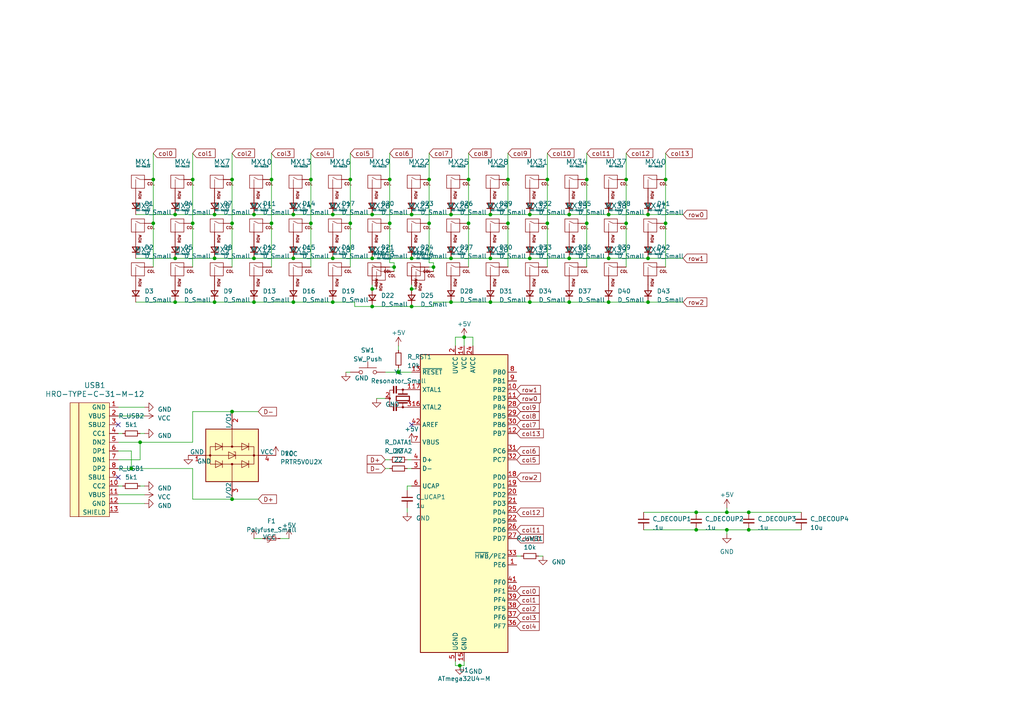
<source format=kicad_sch>
(kicad_sch (version 20210406) (generator eeschema)
  (paper "A4")
  (junction (at 38.1 135.89) (diameter 0.9144))
  (junction (at 40.64 128.27) (diameter 0.9144))
  (junction (at 44.45 52.07) (diameter 0.9144))
  (junction (at 44.45 64.77) (diameter 0.9144))
  (junction (at 50.8 62.23) (diameter 0.9144))
  (junction (at 50.8 74.93) (diameter 0.9144))
  (junction (at 50.8 87.63) (diameter 0.9144))
  (junction (at 55.88 52.07) (diameter 0.9144))
  (junction (at 55.88 64.77) (diameter 0.9144))
  (junction (at 62.23 62.23) (diameter 0.9144))
  (junction (at 62.23 74.93) (diameter 0.9144))
  (junction (at 62.23 87.63) (diameter 0.9144))
  (junction (at 67.31 52.07) (diameter 0.9144))
  (junction (at 67.31 64.77) (diameter 0.9144))
  (junction (at 67.31 119.38) (diameter 0.9144))
  (junction (at 67.31 144.78) (diameter 0.9144))
  (junction (at 73.66 62.23) (diameter 0.9144))
  (junction (at 73.66 74.93) (diameter 0.9144))
  (junction (at 73.66 87.63) (diameter 0.9144))
  (junction (at 78.74 52.07) (diameter 0.9144))
  (junction (at 78.74 64.77) (diameter 0.9144))
  (junction (at 85.09 62.23) (diameter 0.9144))
  (junction (at 85.09 74.93) (diameter 0.9144))
  (junction (at 85.09 87.63) (diameter 0.9144))
  (junction (at 90.17 52.07) (diameter 0.9144))
  (junction (at 90.17 64.77) (diameter 0.9144))
  (junction (at 96.52 62.23) (diameter 0.9144))
  (junction (at 96.52 74.93) (diameter 0.9144))
  (junction (at 96.52 87.63) (diameter 0.9144))
  (junction (at 101.6 52.07) (diameter 0.9144))
  (junction (at 101.6 64.77) (diameter 0.9144))
  (junction (at 107.95 62.23) (diameter 0.9144))
  (junction (at 107.95 74.93) (diameter 0.9144))
  (junction (at 107.95 83.82) (diameter 0.9144))
  (junction (at 107.95 88.9) (diameter 0.9144))
  (junction (at 113.03 52.07) (diameter 0.9144))
  (junction (at 113.03 64.77) (diameter 0.9144))
  (junction (at 114.3 77.47) (diameter 0.9144))
  (junction (at 115.57 107.95) (diameter 0.9144))
  (junction (at 119.38 62.23) (diameter 0.9144))
  (junction (at 119.38 74.93) (diameter 0.9144))
  (junction (at 119.38 83.82) (diameter 0.9144))
  (junction (at 119.38 88.9) (diameter 0.9144))
  (junction (at 124.46 52.07) (diameter 0.9144))
  (junction (at 124.46 64.77) (diameter 0.9144))
  (junction (at 125.73 77.47) (diameter 0.9144))
  (junction (at 130.81 62.23) (diameter 0.9144))
  (junction (at 130.81 74.93) (diameter 0.9144))
  (junction (at 130.81 87.63) (diameter 0.9144))
  (junction (at 133.35 193.04) (diameter 0.9144))
  (junction (at 134.62 97.79) (diameter 0.9144))
  (junction (at 135.89 52.07) (diameter 0.9144))
  (junction (at 135.89 64.77) (diameter 0.9144))
  (junction (at 142.24 62.23) (diameter 0.9144))
  (junction (at 142.24 74.93) (diameter 0.9144))
  (junction (at 142.24 87.63) (diameter 0.9144))
  (junction (at 147.32 52.07) (diameter 0.9144))
  (junction (at 147.32 64.77) (diameter 0.9144))
  (junction (at 153.67 62.23) (diameter 0.9144))
  (junction (at 153.67 74.93) (diameter 0.9144))
  (junction (at 153.67 87.63) (diameter 0.9144))
  (junction (at 158.75 52.07) (diameter 0.9144))
  (junction (at 158.75 64.77) (diameter 0.9144))
  (junction (at 165.1 62.23) (diameter 0.9144))
  (junction (at 165.1 74.93) (diameter 0.9144))
  (junction (at 165.1 87.63) (diameter 0.9144))
  (junction (at 170.18 52.07) (diameter 0.9144))
  (junction (at 170.18 64.77) (diameter 0.9144))
  (junction (at 176.53 62.23) (diameter 0.9144))
  (junction (at 176.53 74.93) (diameter 0.9144))
  (junction (at 176.53 87.63) (diameter 0.9144))
  (junction (at 181.61 52.07) (diameter 0.9144))
  (junction (at 181.61 64.77) (diameter 0.9144))
  (junction (at 187.96 62.23) (diameter 0.9144))
  (junction (at 187.96 74.93) (diameter 0.9144))
  (junction (at 187.96 87.63) (diameter 0.9144))
  (junction (at 193.04 52.07) (diameter 0.9144))
  (junction (at 193.04 64.77) (diameter 0.9144))
  (junction (at 201.93 148.59) (diameter 0.9144))
  (junction (at 201.93 153.67) (diameter 0.9144))
  (junction (at 210.82 148.59) (diameter 0.9144))
  (junction (at 210.82 153.67) (diameter 0.9144))
  (junction (at 217.17 148.59) (diameter 0.9144))
  (junction (at 217.17 153.67) (diameter 0.9144))
  (no_connect (at 34.29 123.19))
  (no_connect (at 34.29 138.43))
  (no_connect (at 119.38 123.19))
  (wire (pts (xy 34.29 118.11) (xy 41.91 118.11)))
  (wire (pts (xy 34.29 120.65) (xy 41.91 120.65)))
  (wire (pts (xy 34.29 125.73) (xy 35.56 125.73)))
  (wire (pts (xy 34.29 128.27) (xy 40.64 128.27)))
  (wire (pts (xy 34.29 130.81) (xy 38.1 130.81)))
  (wire (pts (xy 34.29 140.97) (xy 35.56 140.97)))
  (wire (pts (xy 34.29 143.51) (xy 41.91 143.51)))
  (wire (pts (xy 34.29 146.05) (xy 41.91 146.05)))
  (wire (pts (xy 38.1 130.81) (xy 38.1 135.89)))
  (wire (pts (xy 38.1 135.89) (xy 34.29 135.89)))
  (wire (pts (xy 38.1 135.89) (xy 55.88 135.89)))
  (wire (pts (xy 39.37 62.23) (xy 50.8 62.23)))
  (wire (pts (xy 39.37 74.93) (xy 50.8 74.93)))
  (wire (pts (xy 39.37 87.63) (xy 50.8 87.63)))
  (wire (pts (xy 40.64 125.73) (xy 41.91 125.73)))
  (wire (pts (xy 40.64 128.27) (xy 40.64 133.35)))
  (wire (pts (xy 40.64 128.27) (xy 55.88 128.27)))
  (wire (pts (xy 40.64 133.35) (xy 34.29 133.35)))
  (wire (pts (xy 40.64 140.97) (xy 41.91 140.97)))
  (wire (pts (xy 44.45 44.45) (xy 44.45 52.07)))
  (wire (pts (xy 44.45 52.07) (xy 44.45 64.77)))
  (wire (pts (xy 44.45 64.77) (xy 44.45 77.47)))
  (wire (pts (xy 50.8 62.23) (xy 62.23 62.23)))
  (wire (pts (xy 50.8 74.93) (xy 62.23 74.93)))
  (wire (pts (xy 50.8 87.63) (xy 62.23 87.63)))
  (wire (pts (xy 55.88 44.45) (xy 55.88 52.07)))
  (wire (pts (xy 55.88 52.07) (xy 55.88 64.77)))
  (wire (pts (xy 55.88 64.77) (xy 55.88 77.47)))
  (wire (pts (xy 55.88 119.38) (xy 67.31 119.38)))
  (wire (pts (xy 55.88 128.27) (xy 55.88 119.38)))
  (wire (pts (xy 55.88 135.89) (xy 55.88 144.78)))
  (wire (pts (xy 55.88 144.78) (xy 67.31 144.78)))
  (wire (pts (xy 62.23 62.23) (xy 73.66 62.23)))
  (wire (pts (xy 62.23 74.93) (xy 73.66 74.93)))
  (wire (pts (xy 62.23 87.63) (xy 73.66 87.63)))
  (wire (pts (xy 67.31 44.45) (xy 67.31 52.07)))
  (wire (pts (xy 67.31 52.07) (xy 67.31 64.77)))
  (wire (pts (xy 67.31 64.77) (xy 67.31 77.47)))
  (wire (pts (xy 67.31 119.38) (xy 74.93 119.38)))
  (wire (pts (xy 67.31 144.78) (xy 74.93 144.78)))
  (wire (pts (xy 73.66 62.23) (xy 85.09 62.23)))
  (wire (pts (xy 73.66 74.93) (xy 85.09 74.93)))
  (wire (pts (xy 73.66 87.63) (xy 85.09 87.63)))
  (wire (pts (xy 73.66 156.21) (xy 76.2 156.21)))
  (wire (pts (xy 78.74 44.45) (xy 78.74 52.07)))
  (wire (pts (xy 78.74 52.07) (xy 78.74 64.77)))
  (wire (pts (xy 78.74 64.77) (xy 78.74 77.47)))
  (wire (pts (xy 81.28 156.21) (xy 83.82 156.21)))
  (wire (pts (xy 85.09 62.23) (xy 96.52 62.23)))
  (wire (pts (xy 85.09 74.93) (xy 96.52 74.93)))
  (wire (pts (xy 85.09 87.63) (xy 96.52 87.63)))
  (wire (pts (xy 90.17 44.45) (xy 90.17 52.07)))
  (wire (pts (xy 90.17 52.07) (xy 90.17 64.77)))
  (wire (pts (xy 90.17 64.77) (xy 90.17 77.47)))
  (wire (pts (xy 96.52 62.23) (xy 107.95 62.23)))
  (wire (pts (xy 96.52 74.93) (xy 107.95 74.93)))
  (wire (pts (xy 96.52 87.63) (xy 102.87 87.63)))
  (wire (pts (xy 100.33 107.95) (xy 101.6 107.95)))
  (wire (pts (xy 101.6 52.07) (xy 101.6 44.45)))
  (wire (pts (xy 101.6 64.77) (xy 101.6 52.07)))
  (wire (pts (xy 101.6 77.47) (xy 101.6 64.77)))
  (wire (pts (xy 102.87 87.63) (xy 102.87 88.9)))
  (wire (pts (xy 102.87 88.9) (xy 107.95 88.9)))
  (wire (pts (xy 107.95 62.23) (xy 119.38 62.23)))
  (wire (pts (xy 107.95 74.93) (xy 119.38 74.93)))
  (wire (pts (xy 107.95 82.55) (xy 107.95 83.82)))
  (wire (pts (xy 107.95 83.82) (xy 109.22 83.82)))
  (wire (pts (xy 107.95 88.9) (xy 119.38 88.9)))
  (wire (pts (xy 109.22 115.57) (xy 111.76 115.57)))
  (wire (pts (xy 111.76 107.95) (xy 115.57 107.95)))
  (wire (pts (xy 111.76 133.35) (xy 113.03 133.35)))
  (wire (pts (xy 111.76 135.89) (xy 113.03 135.89)))
  (wire (pts (xy 113.03 44.45) (xy 113.03 52.07)))
  (wire (pts (xy 113.03 52.07) (xy 113.03 64.77)))
  (wire (pts (xy 113.03 64.77) (xy 113.03 76.2)))
  (wire (pts (xy 113.03 77.47) (xy 114.3 77.47)))
  (wire (pts (xy 114.3 76.2) (xy 113.03 76.2)))
  (wire (pts (xy 114.3 77.47) (xy 114.3 76.2)))
  (wire (pts (xy 114.3 77.47) (xy 114.3 78.74)))
  (wire (pts (xy 115.57 100.33) (xy 115.57 101.6)))
  (wire (pts (xy 115.57 106.68) (xy 115.57 107.95)))
  (wire (pts (xy 115.57 107.95) (xy 119.38 107.95)))
  (wire (pts (xy 118.11 133.35) (xy 119.38 133.35)))
  (wire (pts (xy 118.11 135.89) (xy 119.38 135.89)))
  (wire (pts (xy 118.11 140.97) (xy 119.38 140.97)))
  (wire (pts (xy 118.11 142.24) (xy 118.11 140.97)))
  (wire (pts (xy 118.11 148.59) (xy 118.11 147.32)))
  (wire (pts (xy 119.38 62.23) (xy 130.81 62.23)))
  (wire (pts (xy 119.38 74.93) (xy 130.81 74.93)))
  (wire (pts (xy 119.38 82.55) (xy 119.38 83.82)))
  (wire (pts (xy 119.38 83.82) (xy 120.65 83.82)))
  (wire (pts (xy 119.38 88.9) (xy 125.73 88.9)))
  (wire (pts (xy 124.46 44.45) (xy 124.46 52.07)))
  (wire (pts (xy 124.46 52.07) (xy 124.46 64.77)))
  (wire (pts (xy 124.46 64.77) (xy 124.46 76.2)))
  (wire (pts (xy 124.46 77.47) (xy 125.73 77.47)))
  (wire (pts (xy 125.73 76.2) (xy 124.46 76.2)))
  (wire (pts (xy 125.73 77.47) (xy 125.73 76.2)))
  (wire (pts (xy 125.73 77.47) (xy 125.73 78.74)))
  (wire (pts (xy 125.73 87.63) (xy 130.81 87.63)))
  (wire (pts (xy 125.73 88.9) (xy 125.73 87.63)))
  (wire (pts (xy 130.81 62.23) (xy 142.24 62.23)))
  (wire (pts (xy 130.81 74.93) (xy 142.24 74.93)))
  (wire (pts (xy 130.81 87.63) (xy 142.24 87.63)))
  (wire (pts (xy 132.08 97.79) (xy 134.62 97.79)))
  (wire (pts (xy 132.08 100.33) (xy 132.08 97.79)))
  (wire (pts (xy 132.08 191.77) (xy 132.08 193.04)))
  (wire (pts (xy 132.08 193.04) (xy 133.35 193.04)))
  (wire (pts (xy 134.62 97.79) (xy 134.62 100.33)))
  (wire (pts (xy 134.62 191.77) (xy 134.62 193.04)))
  (wire (pts (xy 134.62 193.04) (xy 133.35 193.04)))
  (wire (pts (xy 135.89 44.45) (xy 135.89 52.07)))
  (wire (pts (xy 135.89 52.07) (xy 135.89 64.77)))
  (wire (pts (xy 135.89 64.77) (xy 135.89 77.47)))
  (wire (pts (xy 137.16 97.79) (xy 134.62 97.79)))
  (wire (pts (xy 137.16 100.33) (xy 137.16 97.79)))
  (wire (pts (xy 142.24 62.23) (xy 153.67 62.23)))
  (wire (pts (xy 142.24 74.93) (xy 153.67 74.93)))
  (wire (pts (xy 142.24 87.63) (xy 153.67 87.63)))
  (wire (pts (xy 147.32 44.45) (xy 147.32 52.07)))
  (wire (pts (xy 147.32 52.07) (xy 147.32 64.77)))
  (wire (pts (xy 147.32 64.77) (xy 147.32 77.47)))
  (wire (pts (xy 149.86 161.29) (xy 151.13 161.29)))
  (wire (pts (xy 153.67 62.23) (xy 165.1 62.23)))
  (wire (pts (xy 153.67 74.93) (xy 165.1 74.93)))
  (wire (pts (xy 153.67 87.63) (xy 165.1 87.63)))
  (wire (pts (xy 156.21 161.29) (xy 157.48 161.29)))
  (wire (pts (xy 158.75 44.45) (xy 158.75 52.07)))
  (wire (pts (xy 158.75 52.07) (xy 158.75 64.77)))
  (wire (pts (xy 158.75 64.77) (xy 158.75 77.47)))
  (wire (pts (xy 165.1 62.23) (xy 176.53 62.23)))
  (wire (pts (xy 165.1 74.93) (xy 176.53 74.93)))
  (wire (pts (xy 165.1 87.63) (xy 176.53 87.63)))
  (wire (pts (xy 170.18 44.45) (xy 170.18 52.07)))
  (wire (pts (xy 170.18 52.07) (xy 170.18 64.77)))
  (wire (pts (xy 170.18 64.77) (xy 170.18 77.47)))
  (wire (pts (xy 176.53 62.23) (xy 187.96 62.23)))
  (wire (pts (xy 176.53 74.93) (xy 187.96 74.93)))
  (wire (pts (xy 176.53 87.63) (xy 187.96 87.63)))
  (wire (pts (xy 181.61 44.45) (xy 181.61 52.07)))
  (wire (pts (xy 181.61 52.07) (xy 181.61 64.77)))
  (wire (pts (xy 181.61 64.77) (xy 181.61 77.47)))
  (wire (pts (xy 186.69 148.59) (xy 201.93 148.59)))
  (wire (pts (xy 186.69 153.67) (xy 201.93 153.67)))
  (wire (pts (xy 187.96 62.23) (xy 198.12 62.23)))
  (wire (pts (xy 187.96 74.93) (xy 198.12 74.93)))
  (wire (pts (xy 187.96 87.63) (xy 198.12 87.63)))
  (wire (pts (xy 193.04 44.45) (xy 193.04 52.07)))
  (wire (pts (xy 193.04 52.07) (xy 193.04 64.77)))
  (wire (pts (xy 193.04 64.77) (xy 193.04 77.47)))
  (wire (pts (xy 201.93 148.59) (xy 210.82 148.59)))
  (wire (pts (xy 201.93 153.67) (xy 210.82 153.67)))
  (wire (pts (xy 210.82 147.32) (xy 210.82 148.59)))
  (wire (pts (xy 210.82 148.59) (xy 217.17 148.59)))
  (wire (pts (xy 210.82 153.67) (xy 210.82 154.94)))
  (wire (pts (xy 210.82 153.67) (xy 217.17 153.67)))
  (wire (pts (xy 217.17 148.59) (xy 232.41 148.59)))
  (wire (pts (xy 217.17 153.67) (xy 232.41 153.67)))
  (global_label "col0" (shape input) (at 44.45 44.45 0) (property "Intersheet References" "${INTERSHEET_REFS}" (effects hide)))
  (global_label "col1" (shape input) (at 55.88 44.45 0) (property "Intersheet References" "${INTERSHEET_REFS}" (effects hide)))
  (global_label "col2" (shape input) (at 67.31 44.45 0) (property "Intersheet References" "${INTERSHEET_REFS}" (effects hide)))
  (global_label "D-" (shape input) (at 74.93 119.38 0) (property "Intersheet References" "${INTERSHEET_REFS}" (effects hide)))
  (global_label "D+" (shape input) (at 74.93 144.78 0) (property "Intersheet References" "${INTERSHEET_REFS}" (effects hide)))
  (global_label "col3" (shape input) (at 78.74 44.45 0) (property "Intersheet References" "${INTERSHEET_REFS}" (effects hide)))
  (global_label "col4" (shape input) (at 90.17 44.45 0) (property "Intersheet References" "${INTERSHEET_REFS}" (effects hide)))
  (global_label "col5" (shape input) (at 101.6 44.45 0) (property "Intersheet References" "${INTERSHEET_REFS}" (effects hide)))
  (global_label "D+" (shape input) (at 111.76 133.35 180) (property "Intersheet References" "${INTERSHEET_REFS}" (effects hide)))
  (global_label "D-" (shape input) (at 111.76 135.89 180) (property "Intersheet References" "${INTERSHEET_REFS}" (effects hide)))
  (global_label "col6" (shape input) (at 113.03 44.45 0) (property "Intersheet References" "${INTERSHEET_REFS}" (effects hide)))
  (global_label "col7" (shape input) (at 124.46 44.45 0) (property "Intersheet References" "${INTERSHEET_REFS}" (effects hide)))
  (global_label "col8" (shape input) (at 135.89 44.45 0) (property "Intersheet References" "${INTERSHEET_REFS}" (effects hide)))
  (global_label "col9" (shape input) (at 147.32 44.45 0) (property "Intersheet References" "${INTERSHEET_REFS}" (effects hide)))
  (global_label "row1" (shape input) (at 149.86 113.03 0) (property "Intersheet References" "${INTERSHEET_REFS}" (effects hide)))
  (global_label "row0" (shape input) (at 149.86 115.57 0) (property "Intersheet References" "${INTERSHEET_REFS}" (effects hide)))
  (global_label "col9" (shape input) (at 149.86 118.11 0) (property "Intersheet References" "${INTERSHEET_REFS}" (effects hide)))
  (global_label "col8" (shape input) (at 149.86 120.65 0) (property "Intersheet References" "${INTERSHEET_REFS}" (effects hide)))
  (global_label "col7" (shape input) (at 149.86 123.19 0) (property "Intersheet References" "${INTERSHEET_REFS}" (effects hide)))
  (global_label "col13" (shape input) (at 149.86 125.73 0) (property "Intersheet References" "${INTERSHEET_REFS}" (effects hide)))
  (global_label "col6" (shape input) (at 149.86 130.81 0) (property "Intersheet References" "${INTERSHEET_REFS}" (effects hide)))
  (global_label "col5" (shape input) (at 149.86 133.35 0) (property "Intersheet References" "${INTERSHEET_REFS}" (effects hide)))
  (global_label "row2" (shape input) (at 149.86 138.43 0) (property "Intersheet References" "${INTERSHEET_REFS}" (effects hide)))
  (global_label "col12" (shape input) (at 149.86 148.59 0) (property "Intersheet References" "${INTERSHEET_REFS}" (effects hide)))
  (global_label "col11" (shape input) (at 149.86 153.67 0) (property "Intersheet References" "${INTERSHEET_REFS}" (effects hide)))
  (global_label "col10" (shape input) (at 149.86 156.21 0) (property "Intersheet References" "${INTERSHEET_REFS}" (effects hide)))
  (global_label "col0" (shape input) (at 149.86 171.45 0) (property "Intersheet References" "${INTERSHEET_REFS}" (effects hide)))
  (global_label "col1" (shape input) (at 149.86 173.99 0) (property "Intersheet References" "${INTERSHEET_REFS}" (effects hide)))
  (global_label "col2" (shape input) (at 149.86 176.53 0) (property "Intersheet References" "${INTERSHEET_REFS}" (effects hide)))
  (global_label "col3" (shape input) (at 149.86 179.07 0) (property "Intersheet References" "${INTERSHEET_REFS}" (effects hide)))
  (global_label "col4" (shape input) (at 149.86 181.61 0) (property "Intersheet References" "${INTERSHEET_REFS}" (effects hide)))
  (global_label "col10" (shape input) (at 158.75 44.45 0) (property "Intersheet References" "${INTERSHEET_REFS}" (effects hide)))
  (global_label "col11" (shape input) (at 170.18 44.45 0) (property "Intersheet References" "${INTERSHEET_REFS}" (effects hide)))
  (global_label "col12" (shape input) (at 181.61 44.45 0) (property "Intersheet References" "${INTERSHEET_REFS}" (effects hide)))
  (global_label "col13" (shape input) (at 193.04 44.45 0) (property "Intersheet References" "${INTERSHEET_REFS}" (effects hide)))
  (global_label "row0" (shape input) (at 198.12 62.23 0) (property "Intersheet References" "${INTERSHEET_REFS}" (effects hide)))
  (global_label "row1" (shape input) (at 198.12 74.93 0) (property "Intersheet References" "${INTERSHEET_REFS}" (effects hide)))
  (global_label "row2" (shape input) (at 198.12 87.63 0) (property "Intersheet References" "${INTERSHEET_REFS}" (effects hide)))
  (symbol (lib_id "power:VCC") (at 41.91 120.65 270) (unit 1)
    (property "Reference" "#PWR0103" (effects hide))
    (property "Value" "VCC" (at 45.72 121.2849 90) (effects (justify left)))
  )
  (symbol (lib_id "power:VCC") (at 41.91 143.51 270) (unit 1)
    (property "Reference" "#PWR0106" (effects hide))
    (property "Value" "VCC" (at 45.72 144.1449 90) (effects (justify left)))
  )
  (symbol (lib_id "power:VCC") (at 73.66 156.21 0) (unit 1)
    (property "Reference" "#PWR0114" (effects hide))
    (property "Value" "VCC" (at 76.2 155.7654 0) (effects (justify left)))
  )
  (symbol (lib_id "power:VCC") (at 80.01 132.08 0) (unit 1)
    (property "Reference" "#PWR0108" (effects hide))
    (property "Value" "VCC" (at 82.55 131.6354 0) (effects (justify left)))
  )
  (symbol (lib_id "power:+5V") (at 83.82 156.21 0) (unit 1)
    (property "Reference" "#PWR0115" (effects hide))
    (property "Value" "+5V" (at 83.82 152.4 0))
  )
  (symbol (lib_id "power:+5V") (at 115.57 100.33 0) (unit 1)
    (property "Reference" "#PWR0110" (effects hide))
    (property "Value" "+5V" (at 115.57 96.52 0))
  )
  (symbol (lib_id "power:+5V") (at 119.38 128.27 0) (unit 1)
    (property "Reference" "#PWR0112" (effects hide))
    (property "Value" "+5V" (at 119.38 124.46 0))
  )
  (symbol (lib_id "power:+5V") (at 134.62 97.79 0) (unit 1)
    (property "Reference" "#PWR0113" (effects hide))
    (property "Value" "+5V" (at 134.62 93.98 0))
  )
  (symbol (lib_id "power:+5V") (at 210.82 147.32 0) (unit 1)
    (property "Reference" "#PWR0120" (effects hide))
    (property "Value" "+5V" (at 210.82 143.51 0))
  )
  (symbol (lib_id "power:GND") (at 41.91 118.11 90) (unit 1)
    (property "Reference" "#PWR0102" (effects hide))
    (property "Value" "GND" (at 45.72 118.7449 90) (effects (justify right)))
  )
  (symbol (lib_id "power:GND") (at 41.91 125.73 90) (unit 1)
    (property "Reference" "#PWR0101" (effects hide))
    (property "Value" "GND" (at 45.72 126.3649 90) (effects (justify right)))
  )
  (symbol (lib_id "power:GND") (at 41.91 140.97 90) (unit 1)
    (property "Reference" "#PWR0104" (effects hide))
    (property "Value" "GND" (at 45.72 141.6049 90) (effects (justify right)))
  )
  (symbol (lib_id "power:GND") (at 41.91 146.05 90) (unit 1)
    (property "Reference" "#PWR0105" (effects hide))
    (property "Value" "GND" (at 45.72 146.6849 90) (effects (justify right)))
  )
  (symbol (lib_id "power:GND") (at 54.61 132.08 0) (unit 1)
    (property "Reference" "#PWR0107" (effects hide))
    (property "Value" "GND" (at 57.15 133.7944 0) (effects (justify left)))
  )
  (symbol (lib_id "power:GND") (at 100.33 107.95 0) (unit 1)
    (property "Reference" "#PWR0111" (effects hide))
    (property "Value" "GND" (at 102.87 109.6644 0) (effects (justify left)))
  )
  (symbol (lib_id "power:GND") (at 109.22 115.57 0) (unit 1)
    (property "Reference" "#PWR0109" (effects hide))
    (property "Value" "GND" (at 111.76 117.2844 0) (effects (justify left)))
  )
  (symbol (lib_id "power:GND") (at 118.11 148.59 0) (unit 1)
    (property "Reference" "#PWR0116" (effects hide))
    (property "Value" "GND" (at 120.65 150.3044 0) (effects (justify left)))
  )
  (symbol (lib_id "power:GND") (at 133.35 193.04 0) (unit 1)
    (property "Reference" "#PWR0117" (effects hide))
    (property "Value" "GND" (at 135.89 194.7544 0) (effects (justify left)))
  )
  (symbol (lib_id "power:GND") (at 157.48 161.29 0) (unit 1)
    (property "Reference" "#PWR0118" (effects hide))
    (property "Value" "GND" (at 160.02 163.0044 0) (effects (justify left)))
  )
  (symbol (lib_id "power:GND") (at 210.82 154.94 0) (unit 1)
    (property "Reference" "#PWR0119" (effects hide))
    (property "Value" "GND" (at 210.82 160.02 0))
  )
  (symbol (lib_id "Device:R_Small") (at 38.1 125.73 90) (unit 1)
    (property "Reference" "R_USB2" (at 38.1 120.65 90))
    (property "Value" "5k1" (at 38.1 123.19 90))
    (property "Footprint" "Resistor_SMD:R_0402_1005Metric" (effects hide))
  )
  (symbol (lib_id "Device:R_Small") (at 38.1 140.97 90) (unit 1)
    (property "Reference" "R_USB1" (at 38.1 135.89 90))
    (property "Value" "5k1" (at 38.1 138.43 90))
    (property "Footprint" "Resistor_SMD:R_0402_1005Metric" (effects hide))
  )
  (symbol (lib_id "Device:R_Small") (at 115.57 104.14 0) (unit 1)
    (property "Reference" "R_RST1" (at 118.11 103.5049 0) (effects (justify left)))
    (property "Value" "10k" (at 118.11 106.0449 0) (effects (justify left)))
    (property "Footprint" "Resistor_SMD:R_0402_1005Metric" (effects hide))
  )
  (symbol (lib_id "Device:R_Small") (at 115.57 133.35 90) (unit 1)
    (property "Reference" "R_DATA1" (at 115.57 128.27 90))
    (property "Value" "22" (at 115.57 130.81 90))
    (property "Footprint" "Resistor_SMD:R_0402_1005Metric" (effects hide))
  )
  (symbol (lib_id "Device:R_Small") (at 115.57 135.89 90) (unit 1)
    (property "Reference" "R_DATA2" (at 115.57 130.81 90))
    (property "Value" "22" (at 115.57 133.35 90))
    (property "Footprint" "Resistor_SMD:R_0402_1005Metric" (effects hide))
  )
  (symbol (lib_id "Device:R_Small") (at 153.67 161.29 90) (unit 1)
    (property "Reference" "R_HWB1" (at 153.67 156.21 90))
    (property "Value" "10k" (at 153.67 158.75 90))
    (property "Footprint" "Resistor_SMD:R_0402_1005Metric" (effects hide))
  )
  (symbol (lib_id "Device:Polyfuse_Small") (at 78.74 156.21 90) (unit 1)
    (property "Reference" "F1" (at 78.74 151.13 90))
    (property "Value" "Polyfuse_Small" (at 78.74 153.67 90))
    (property "Footprint" "Fuse:Fuse_0805_2012Metric" (effects hide))
  )
  (symbol (lib_id "Device:D_Small") (at 39.37 59.69 90) (unit 1)
    (property "Reference" "D1" (at 41.91 59.0549 90) (effects (justify right)))
    (property "Value" "D_Small" (at 41.91 61.5949 90) (effects (justify right)))
    (property "Footprint" "Diode_SMD:D_SOD-123" (effects hide))
  )
  (symbol (lib_id "Device:D_Small") (at 39.37 72.39 90) (unit 1)
    (property "Reference" "D2" (at 41.91 71.7549 90) (effects (justify right)))
    (property "Value" "D_Small" (at 41.91 74.2949 90) (effects (justify right)))
    (property "Footprint" "Diode_SMD:D_SOD-123" (effects hide))
  )
  (symbol (lib_id "Device:D_Small") (at 39.37 85.09 90) (unit 1)
    (property "Reference" "D3" (at 41.91 84.4549 90) (effects (justify right)))
    (property "Value" "D_Small" (at 41.91 86.9949 90) (effects (justify right)))
    (property "Footprint" "Diode_SMD:D_SOD-123" (effects hide))
  )
  (symbol (lib_id "Device:D_Small") (at 50.8 59.69 90) (unit 1)
    (property "Reference" "D4" (at 53.34 59.0549 90) (effects (justify right)))
    (property "Value" "D_Small" (at 53.34 61.5949 90) (effects (justify right)))
    (property "Footprint" "Diode_SMD:D_SOD-123" (effects hide))
  )
  (symbol (lib_id "Device:D_Small") (at 50.8 72.39 90) (unit 1)
    (property "Reference" "D5" (at 53.34 71.7549 90) (effects (justify right)))
    (property "Value" "D_Small" (at 53.34 74.2949 90) (effects (justify right)))
    (property "Footprint" "Diode_SMD:D_SOD-123" (effects hide))
  )
  (symbol (lib_id "Device:D_Small") (at 50.8 85.09 90) (unit 1)
    (property "Reference" "D6" (at 53.34 84.4549 90) (effects (justify right)))
    (property "Value" "D_Small" (at 53.34 86.9949 90) (effects (justify right)))
    (property "Footprint" "Diode_SMD:D_SOD-123" (effects hide))
  )
  (symbol (lib_id "Device:D_Small") (at 62.23 59.69 90) (unit 1)
    (property "Reference" "D7" (at 64.77 59.0549 90) (effects (justify right)))
    (property "Value" "D_Small" (at 64.77 61.5949 90) (effects (justify right)))
    (property "Footprint" "Diode_SMD:D_SOD-123" (effects hide))
  )
  (symbol (lib_id "Device:D_Small") (at 62.23 72.39 90) (unit 1)
    (property "Reference" "D8" (at 64.77 71.7549 90) (effects (justify right)))
    (property "Value" "D_Small" (at 64.77 74.2949 90) (effects (justify right)))
    (property "Footprint" "Diode_SMD:D_SOD-123" (effects hide))
  )
  (symbol (lib_id "Device:D_Small") (at 62.23 85.09 90) (unit 1)
    (property "Reference" "D9" (at 64.77 84.4549 90) (effects (justify right)))
    (property "Value" "D_Small" (at 64.77 86.9949 90) (effects (justify right)))
    (property "Footprint" "Diode_SMD:D_SOD-123" (effects hide))
  )
  (symbol (lib_id "Device:D_Small") (at 73.66 59.69 90) (unit 1)
    (property "Reference" "D11" (at 76.2 59.0549 90) (effects (justify right)))
    (property "Value" "D_Small" (at 76.2 61.5949 90) (effects (justify right)))
    (property "Footprint" "Diode_SMD:D_SOD-123" (effects hide))
  )
  (symbol (lib_id "Device:D_Small") (at 73.66 72.39 90) (unit 1)
    (property "Reference" "D12" (at 76.2 71.7549 90) (effects (justify right)))
    (property "Value" "D_Small" (at 76.2 74.2949 90) (effects (justify right)))
    (property "Footprint" "Diode_SMD:D_SOD-123" (effects hide))
  )
  (symbol (lib_id "Device:D_Small") (at 73.66 85.09 90) (unit 1)
    (property "Reference" "D13" (at 76.2 84.4549 90) (effects (justify right)))
    (property "Value" "D_Small" (at 76.2 86.9949 90) (effects (justify right)))
    (property "Footprint" "Diode_SMD:D_SOD-123" (effects hide))
  )
  (symbol (lib_id "Device:D_Small") (at 85.09 59.69 90) (unit 1)
    (property "Reference" "D14" (at 87.63 59.0549 90) (effects (justify right)))
    (property "Value" "D_Small" (at 87.63 61.5949 90) (effects (justify right)))
    (property "Footprint" "Diode_SMD:D_SOD-123" (effects hide))
  )
  (symbol (lib_id "Device:D_Small") (at 85.09 72.39 90) (unit 1)
    (property "Reference" "D15" (at 87.63 71.7549 90) (effects (justify right)))
    (property "Value" "D_Small" (at 87.63 74.2949 90) (effects (justify right)))
    (property "Footprint" "Diode_SMD:D_SOD-123" (effects hide))
  )
  (symbol (lib_id "Device:D_Small") (at 85.09 85.09 90) (unit 1)
    (property "Reference" "D16" (at 87.63 84.4549 90) (effects (justify right)))
    (property "Value" "D_Small" (at 87.63 86.9949 90) (effects (justify right)))
    (property "Footprint" "Diode_SMD:D_SOD-123" (effects hide))
  )
  (symbol (lib_id "Device:D_Small") (at 96.52 59.69 90) (unit 1)
    (property "Reference" "D17" (at 99.06 59.0549 90) (effects (justify right)))
    (property "Value" "D_Small" (at 99.06 61.5949 90) (effects (justify right)))
    (property "Footprint" "Diode_SMD:D_SOD-123" (effects hide))
  )
  (symbol (lib_id "Device:D_Small") (at 96.52 72.39 90) (unit 1)
    (property "Reference" "D18" (at 99.06 71.7549 90) (effects (justify right)))
    (property "Value" "D_Small" (at 99.06 74.2949 90) (effects (justify right)))
    (property "Footprint" "Diode_SMD:D_SOD-123" (effects hide))
  )
  (symbol (lib_id "Device:D_Small") (at 96.52 85.09 90) (unit 1)
    (property "Reference" "D19" (at 99.06 84.4549 90) (effects (justify right)))
    (property "Value" "D_Small" (at 99.06 86.9949 90) (effects (justify right)))
    (property "Footprint" "Diode_SMD:D_SOD-123" (effects hide))
  )
  (symbol (lib_id "Device:D_Small") (at 107.95 59.69 90) (unit 1)
    (property "Reference" "D20" (at 110.49 59.0549 90) (effects (justify right)))
    (property "Value" "D_Small" (at 110.49 61.5949 90) (effects (justify right)))
    (property "Footprint" "Diode_SMD:D_SOD-123" (effects hide))
  )
  (symbol (lib_id "Device:D_Small") (at 107.95 72.39 90) (unit 1)
    (property "Reference" "D21" (at 110.49 71.7549 90) (effects (justify right)))
    (property "Value" "D_Small" (at 110.49 74.2949 90) (effects (justify right)))
    (property "Footprint" "Diode_SMD:D_SOD-123" (effects hide))
  )
  (symbol (lib_id "Device:D_Small") (at 107.95 86.36 90) (unit 1)
    (property "Reference" "D22" (at 110.49 85.7249 90) (effects (justify right)))
    (property "Value" "D_Small" (at 110.49 88.2649 90) (effects (justify right)))
    (property "Footprint" "Diode_SMD:D_SOD-123" (effects hide))
  )
  (symbol (lib_id "Device:D_Small") (at 119.38 59.69 90) (unit 1)
    (property "Reference" "D23" (at 121.92 59.0549 90) (effects (justify right)))
    (property "Value" "D_Small" (at 121.92 61.5949 90) (effects (justify right)))
    (property "Footprint" "Diode_SMD:D_SOD-123" (effects hide))
  )
  (symbol (lib_id "Device:D_Small") (at 119.38 72.39 90) (unit 1)
    (property "Reference" "D24" (at 121.92 71.7549 90) (effects (justify right)))
    (property "Value" "D_Small" (at 121.92 74.2949 90) (effects (justify right)))
    (property "Footprint" "Diode_SMD:D_SOD-123" (effects hide))
  )
  (symbol (lib_id "Device:D_Small") (at 119.38 86.36 90) (unit 1)
    (property "Reference" "D25" (at 121.92 85.7249 90) (effects (justify right)))
    (property "Value" "D_Small" (at 121.92 88.2649 90) (effects (justify right)))
    (property "Footprint" "Diode_SMD:D_SOD-123" (effects hide))
  )
  (symbol (lib_id "Device:D_Small") (at 130.81 59.69 90) (unit 1)
    (property "Reference" "D26" (at 133.35 59.0549 90) (effects (justify right)))
    (property "Value" "D_Small" (at 133.35 61.5949 90) (effects (justify right)))
    (property "Footprint" "Diode_SMD:D_SOD-123" (effects hide))
  )
  (symbol (lib_id "Device:D_Small") (at 130.81 72.39 90) (unit 1)
    (property "Reference" "D27" (at 133.35 71.7549 90) (effects (justify right)))
    (property "Value" "D_Small" (at 133.35 74.2949 90) (effects (justify right)))
    (property "Footprint" "Diode_SMD:D_SOD-123" (effects hide))
  )
  (symbol (lib_id "Device:D_Small") (at 130.81 85.09 90) (unit 1)
    (property "Reference" "D28" (at 133.35 84.4549 90) (effects (justify right)))
    (property "Value" "D_Small" (at 133.35 86.9949 90) (effects (justify right)))
    (property "Footprint" "Diode_SMD:D_SOD-123" (effects hide))
  )
  (symbol (lib_id "Device:D_Small") (at 142.24 59.69 90) (unit 1)
    (property "Reference" "D29" (at 144.78 59.0549 90) (effects (justify right)))
    (property "Value" "D_Small" (at 144.78 61.5949 90) (effects (justify right)))
    (property "Footprint" "Diode_SMD:D_SOD-123" (effects hide))
  )
  (symbol (lib_id "Device:D_Small") (at 142.24 72.39 90) (unit 1)
    (property "Reference" "D30" (at 144.78 71.7549 90) (effects (justify right)))
    (property "Value" "D_Small" (at 144.78 74.2949 90) (effects (justify right)))
    (property "Footprint" "Diode_SMD:D_SOD-123" (effects hide))
  )
  (symbol (lib_id "Device:D_Small") (at 142.24 85.09 90) (unit 1)
    (property "Reference" "D31" (at 144.78 84.4549 90) (effects (justify right)))
    (property "Value" "D_Small" (at 144.78 86.9949 90) (effects (justify right)))
    (property "Footprint" "Diode_SMD:D_SOD-123" (effects hide))
  )
  (symbol (lib_id "Device:D_Small") (at 153.67 59.69 90) (unit 1)
    (property "Reference" "D32" (at 156.21 59.0549 90) (effects (justify right)))
    (property "Value" "D_Small" (at 156.21 61.5949 90) (effects (justify right)))
    (property "Footprint" "Diode_SMD:D_SOD-123" (effects hide))
  )
  (symbol (lib_id "Device:D_Small") (at 153.67 72.39 90) (unit 1)
    (property "Reference" "D33" (at 156.21 71.7549 90) (effects (justify right)))
    (property "Value" "D_Small" (at 156.21 74.2949 90) (effects (justify right)))
    (property "Footprint" "Diode_SMD:D_SOD-123" (effects hide))
  )
  (symbol (lib_id "Device:D_Small") (at 153.67 85.09 90) (unit 1)
    (property "Reference" "D34" (at 156.21 84.4549 90) (effects (justify right)))
    (property "Value" "D_Small" (at 156.21 86.9949 90) (effects (justify right)))
    (property "Footprint" "Diode_SMD:D_SOD-123" (effects hide))
  )
  (symbol (lib_id "Device:D_Small") (at 165.1 59.69 90) (unit 1)
    (property "Reference" "D35" (at 167.64 59.0549 90) (effects (justify right)))
    (property "Value" "D_Small" (at 167.64 61.5949 90) (effects (justify right)))
    (property "Footprint" "Diode_SMD:D_SOD-123" (effects hide))
  )
  (symbol (lib_id "Device:D_Small") (at 165.1 72.39 90) (unit 1)
    (property "Reference" "D36" (at 167.64 71.7549 90) (effects (justify right)))
    (property "Value" "D_Small" (at 167.64 74.2949 90) (effects (justify right)))
    (property "Footprint" "Diode_SMD:D_SOD-123" (effects hide))
  )
  (symbol (lib_id "Device:D_Small") (at 165.1 85.09 90) (unit 1)
    (property "Reference" "D37" (at 167.64 84.4549 90) (effects (justify right)))
    (property "Value" "D_Small" (at 167.64 86.9949 90) (effects (justify right)))
    (property "Footprint" "Diode_SMD:D_SOD-123" (effects hide))
  )
  (symbol (lib_id "Device:D_Small") (at 176.53 59.69 90) (unit 1)
    (property "Reference" "D38" (at 179.07 59.0549 90) (effects (justify right)))
    (property "Value" "D_Small" (at 179.07 61.5949 90) (effects (justify right)))
    (property "Footprint" "Diode_SMD:D_SOD-123" (effects hide))
  )
  (symbol (lib_id "Device:D_Small") (at 176.53 72.39 90) (unit 1)
    (property "Reference" "D39" (at 179.07 71.7549 90) (effects (justify right)))
    (property "Value" "D_Small" (at 179.07 74.2949 90) (effects (justify right)))
    (property "Footprint" "Diode_SMD:D_SOD-123" (effects hide))
  )
  (symbol (lib_id "Device:D_Small") (at 176.53 85.09 90) (unit 1)
    (property "Reference" "D40" (at 179.07 84.4549 90) (effects (justify right)))
    (property "Value" "D_Small" (at 179.07 86.9949 90) (effects (justify right)))
    (property "Footprint" "Diode_SMD:D_SOD-123" (effects hide))
  )
  (symbol (lib_id "Device:D_Small") (at 187.96 59.69 90) (unit 1)
    (property "Reference" "D41" (at 190.5 59.0549 90) (effects (justify right)))
    (property "Value" "D_Small" (at 190.5 61.5949 90) (effects (justify right)))
    (property "Footprint" "Diode_SMD:D_SOD-123" (effects hide))
  )
  (symbol (lib_id "Device:D_Small") (at 187.96 72.39 90) (unit 1)
    (property "Reference" "D42" (at 190.5 71.7549 90) (effects (justify right)))
    (property "Value" "D_Small" (at 190.5 74.2949 90) (effects (justify right)))
    (property "Footprint" "Diode_SMD:D_SOD-123" (effects hide))
  )
  (symbol (lib_id "Device:D_Small") (at 187.96 85.09 90) (unit 1)
    (property "Reference" "D43" (at 190.5 84.4549 90) (effects (justify right)))
    (property "Value" "D_Small" (at 190.5 86.9949 90) (effects (justify right)))
    (property "Footprint" "Diode_SMD:D_SOD-123" (effects hide))
  )
  (symbol (lib_id "Device:C_Small") (at 118.11 144.78 0) (unit 1)
    (property "Reference" "C_UCAP1" (at 120.65 144.1449 0) (effects (justify left)))
    (property "Value" "1u" (at 120.65 146.6849 0) (effects (justify left)))
    (property "Footprint" "Capacitor_SMD:C_0402_1005Metric" (effects hide))
  )
  (symbol (lib_id "Device:C_Small") (at 186.69 151.13 0) (unit 1)
    (property "Reference" "C_DECOUP1" (at 189.23 150.4949 0) (effects (justify left)))
    (property "Value" ".1u" (at 189.23 153.0349 0) (effects (justify left)))
    (property "Footprint" "Capacitor_SMD:C_0402_1005Metric" (effects hide))
  )
  (symbol (lib_id "Device:C_Small") (at 201.93 151.13 0) (unit 1)
    (property "Reference" "C_DECOUP2" (at 204.47 150.4949 0) (effects (justify left)))
    (property "Value" ".1u" (at 204.47 153.0349 0) (effects (justify left)))
    (property "Footprint" "Capacitor_SMD:C_0402_1005Metric" (effects hide))
  )
  (symbol (lib_id "Device:C_Small") (at 217.17 151.13 0) (unit 1)
    (property "Reference" "C_DECOUP3" (at 219.71 150.4949 0) (effects (justify left)))
    (property "Value" ".1u" (at 219.71 153.0349 0) (effects (justify left)))
    (property "Footprint" "Capacitor_SMD:C_0402_1005Metric" (effects hide))
  )
  (symbol (lib_id "Device:C_Small") (at 232.41 151.13 0) (unit 1)
    (property "Reference" "C_DECOUP4" (at 234.95 150.4949 0) (effects (justify left)))
    (property "Value" "10u" (at 234.95 153.0349 0) (effects (justify left)))
    (property "Footprint" "Capacitor_SMD:C_0402_1005Metric" (effects hide))
  )
  (symbol (lib_id "Switch:SW_Push") (at 106.68 107.95 0) (unit 1)
    (property "Reference" "SW1" (at 106.68 101.6 0))
    (property "Value" "SW_Push" (at 106.68 104.14 0))
    (property "Footprint" "Resistor_THT:R_Axial_DIN0204_L3.6mm_D1.6mm_P1.90mm_Vertical" (effects hide))
  )
  (symbol (lib_id "FMKC_Parts:MX-NoLED") (at 40.64 53.34 0) (unit 1)
    (property "Reference" "MX1" (at 41.5255 46.99 0) (effects (font (size 1.524 1.524))))
    (property "Value" "MX-NoLED" (at 41.5255 48.26 0) (effects (font (size 0.508 0.508))))
    (property "Footprint" "Keybage_MX:MX_1u_NoLED" (effects hide))
  )
  (symbol (lib_id "FMKC_Parts:MX-NoLED") (at 40.64 66.04 0) (unit 1)
    (property "Reference" "MX2" (at 41.5255 59.69 0) (effects (font (size 1.524 1.524))))
    (property "Value" "MX-NoLED" (at 41.5255 60.96 0) (effects (font (size 0.508 0.508))))
    (property "Footprint" "Keybage_MX:MX_1.25u_NoLED" (effects hide))
  )
  (symbol (lib_id "FMKC_Parts:MX-NoLED") (at 40.64 78.74 0) (unit 1)
    (property "Reference" "MX3" (at 41.5255 72.39 0) (effects (font (size 1.524 1.524))))
    (property "Value" "MX-NoLED" (at 41.5255 73.66 0) (effects (font (size 0.508 0.508))))
    (property "Footprint" "Keybage_MX:MX_1.75u_NoLED" (effects hide))
  )
  (symbol (lib_id "FMKC_Parts:MX-NoLED") (at 52.07 53.34 0) (unit 1)
    (property "Reference" "MX4" (at 52.9555 46.99 0) (effects (font (size 1.524 1.524))))
    (property "Value" "MX-NoLED" (at 52.9555 48.26 0) (effects (font (size 0.508 0.508))))
    (property "Footprint" "Keybage_MX:MX_1u_NoLED" (effects hide))
  )
  (symbol (lib_id "FMKC_Parts:MX-NoLED") (at 52.07 66.04 0) (unit 1)
    (property "Reference" "MX5" (at 52.9555 59.69 0) (effects (font (size 1.524 1.524))))
    (property "Value" "MX-NoLED" (at 52.9555 60.96 0) (effects (font (size 0.508 0.508))))
    (property "Footprint" "Keybage_MX:MX_1u_NoLED" (effects hide))
  )
  (symbol (lib_id "FMKC_Parts:MX-NoLED") (at 52.07 78.74 0) (unit 1)
    (property "Reference" "MX6" (at 52.9555 72.39 0) (effects (font (size 1.524 1.524))))
    (property "Value" "MX-NoLED" (at 52.9555 73.66 0) (effects (font (size 0.508 0.508))))
    (property "Footprint" "Keybage_MX:MX_1u_NoLED" (effects hide))
  )
  (symbol (lib_id "FMKC_Parts:MX-NoLED") (at 63.5 53.34 0) (unit 1)
    (property "Reference" "MX7" (at 64.3855 46.99 0) (effects (font (size 1.524 1.524))))
    (property "Value" "MX-NoLED" (at 64.3855 48.26 0) (effects (font (size 0.508 0.508))))
    (property "Footprint" "Keybage_MX:MX_1u_NoLED" (effects hide))
  )
  (symbol (lib_id "FMKC_Parts:MX-NoLED") (at 63.5 66.04 0) (unit 1)
    (property "Reference" "MX8" (at 64.3855 59.69 0) (effects (font (size 1.524 1.524))))
    (property "Value" "MX-NoLED" (at 64.3855 60.96 0) (effects (font (size 0.508 0.508))))
    (property "Footprint" "Keybage_MX:MX_1u_NoLED" (effects hide))
  )
  (symbol (lib_id "FMKC_Parts:MX-NoLED") (at 63.5 78.74 0) (unit 1)
    (property "Reference" "MX9" (at 64.3855 72.39 0) (effects (font (size 1.524 1.524))))
    (property "Value" "MX-NoLED" (at 64.3855 73.66 0) (effects (font (size 0.508 0.508))))
    (property "Footprint" "Keybage_MX:MX_1u_NoLED" (effects hide))
  )
  (symbol (lib_id "FMKC_Parts:MX-NoLED") (at 74.93 53.34 0) (unit 1)
    (property "Reference" "MX10" (at 75.8155 46.99 0) (effects (font (size 1.524 1.524))))
    (property "Value" "MX-NoLED" (at 75.8155 48.26 0) (effects (font (size 0.508 0.508))))
    (property "Footprint" "Keybage_MX:MX_1u_NoLED" (effects hide))
  )
  (symbol (lib_id "FMKC_Parts:MX-NoLED") (at 74.93 66.04 0) (unit 1)
    (property "Reference" "MX11" (at 75.8155 59.69 0) (effects (font (size 1.524 1.524))))
    (property "Value" "MX-NoLED" (at 75.8155 60.96 0) (effects (font (size 0.508 0.508))))
    (property "Footprint" "Keybage_MX:MX_1u_NoLED" (effects hide))
  )
  (symbol (lib_id "FMKC_Parts:MX-NoLED") (at 74.93 78.74 0) (unit 1)
    (property "Reference" "MX12" (at 75.8155 72.39 0) (effects (font (size 1.524 1.524))))
    (property "Value" "MX-NoLED" (at 75.8155 73.66 0) (effects (font (size 0.508 0.508))))
    (property "Footprint" "Keybage_MX:MX_1u_NoLED" (effects hide))
  )
  (symbol (lib_id "FMKC_Parts:MX-NoLED") (at 86.36 53.34 0) (unit 1)
    (property "Reference" "MX13" (at 87.2455 46.99 0) (effects (font (size 1.524 1.524))))
    (property "Value" "MX-NoLED" (at 87.2455 48.26 0) (effects (font (size 0.508 0.508))))
    (property "Footprint" "Keybage_MX:MX_1u_NoLED" (effects hide))
  )
  (symbol (lib_id "FMKC_Parts:MX-NoLED") (at 86.36 66.04 0) (unit 1)
    (property "Reference" "MX14" (at 87.2455 59.69 0) (effects (font (size 1.524 1.524))))
    (property "Value" "MX-NoLED" (at 87.2455 60.96 0) (effects (font (size 0.508 0.508))))
    (property "Footprint" "Keybage_MX:MX_1u_NoLED" (effects hide))
  )
  (symbol (lib_id "FMKC_Parts:MX-NoLED") (at 86.36 78.74 0) (unit 1)
    (property "Reference" "MX15" (at 87.2455 72.39 0) (effects (font (size 1.524 1.524))))
    (property "Value" "MX-NoLED" (at 87.2455 73.66 0) (effects (font (size 0.508 0.508))))
    (property "Footprint" "Keybage_MX:MX_1u_NoLED" (effects hide))
  )
  (symbol (lib_id "FMKC_Parts:MX-NoLED") (at 97.79 53.34 0) (unit 1)
    (property "Reference" "MX16" (at 98.6755 46.99 0) (effects (font (size 1.524 1.524))))
    (property "Value" "MX-NoLED" (at 98.6755 48.26 0) (effects (font (size 0.508 0.508))))
    (property "Footprint" "Keybage_MX:MX_1u_NoLED" (effects hide))
  )
  (symbol (lib_id "FMKC_Parts:MX-NoLED") (at 97.79 66.04 0) (unit 1)
    (property "Reference" "MX17" (at 98.6755 59.69 0) (effects (font (size 1.524 1.524))))
    (property "Value" "MX-NoLED" (at 98.6755 60.96 0) (effects (font (size 0.508 0.508))))
    (property "Footprint" "Keybage_MX:MX_1u_NoLED" (effects hide))
  )
  (symbol (lib_id "FMKC_Parts:MX-NoLED") (at 97.79 78.74 0) (unit 1)
    (property "Reference" "MX18" (at 98.6755 72.39 0) (effects (font (size 1.524 1.524))))
    (property "Value" "MX-NoLED" (at 98.6755 73.66 0) (effects (font (size 0.508 0.508))))
    (property "Footprint" "Keybage_MX:MX_1u_NoLED" (effects hide))
  )
  (symbol (lib_id "FMKC_Parts:MX-NoLED") (at 109.22 53.34 0) (unit 1)
    (property "Reference" "MX19" (at 110.1055 46.99 0) (effects (font (size 1.524 1.524))))
    (property "Value" "MX-NoLED" (at 110.1055 48.26 0) (effects (font (size 0.508 0.508))))
    (property "Footprint" "Keybage_MX:MX_1u_NoLED" (effects hide))
  )
  (symbol (lib_id "FMKC_Parts:MX-NoLED") (at 109.22 66.04 0) (unit 1)
    (property "Reference" "MX20" (at 110.1055 59.69 0) (effects (font (size 1.524 1.524))))
    (property "Value" "MX-NoLED" (at 110.1055 60.96 0) (effects (font (size 0.508 0.508))))
    (property "Footprint" "Keybage_MX:MX_1u_NoLED" (effects hide))
  )
  (symbol (lib_id "FMKC_Parts:MX-NoLED") (at 109.22 78.74 0) (unit 1)
    (property "Reference" "MX21" (at 110.1055 72.39 0) (effects (font (size 1.524 1.524))))
    (property "Value" "MX-NoLED" (at 110.1055 73.66 0) (effects (font (size 0.508 0.508))))
    (property "Footprint" "Keybage_MX:MX_1u_NoLED" (effects hide))
  )
  (symbol (lib_id "FMKC_Parts:MX-NoLED") (at 110.49 80.01 0) (unit 1)
    (property "Reference" "MX43" (at 111.3755 73.66 0) (effects (font (size 1.524 1.524))))
    (property "Value" "MX-NoLED" (at 111.3755 74.93 0) (effects (font (size 0.508 0.508))))
    (property "Footprint" "Keybage_MX:MX_2u_ReversedStabilizers_NoLED" (effects hide))
  )
  (symbol (lib_id "FMKC_Parts:MX-NoLED") (at 120.65 53.34 0) (unit 1)
    (property "Reference" "MX22" (at 121.5355 46.99 0) (effects (font (size 1.524 1.524))))
    (property "Value" "MX-NoLED" (at 121.5355 48.26 0) (effects (font (size 0.508 0.508))))
    (property "Footprint" "Keybage_MX:MX_1u_NoLED" (effects hide))
  )
  (symbol (lib_id "FMKC_Parts:MX-NoLED") (at 120.65 66.04 0) (unit 1)
    (property "Reference" "MX23" (at 121.5355 59.69 0) (effects (font (size 1.524 1.524))))
    (property "Value" "MX-NoLED" (at 121.5355 60.96 0) (effects (font (size 0.508 0.508))))
    (property "Footprint" "Keybage_MX:MX_1u_NoLED" (effects hide))
  )
  (symbol (lib_id "FMKC_Parts:MX-NoLED") (at 120.65 78.74 0) (unit 1)
    (property "Reference" "MX24" (at 121.5355 72.39 0) (effects (font (size 1.524 1.524))))
    (property "Value" "MX-NoLED" (at 121.5355 73.66 0) (effects (font (size 0.508 0.508))))
    (property "Footprint" "Keybage_MX:MX_1u_NoLED" (effects hide))
  )
  (symbol (lib_id "FMKC_Parts:MX-NoLED") (at 121.92 80.01 0) (unit 1)
    (property "Reference" "MX44" (at 122.8055 73.66 0) (effects (font (size 1.524 1.524))))
    (property "Value" "MX-NoLED" (at 122.8055 74.93 0) (effects (font (size 0.508 0.508))))
    (property "Footprint" "Keybage_MX:MX_2u_ReversedStabilizers_NoLED" (effects hide))
  )
  (symbol (lib_id "FMKC_Parts:MX-NoLED") (at 132.08 53.34 0) (unit 1)
    (property "Reference" "MX25" (at 132.9655 46.99 0) (effects (font (size 1.524 1.524))))
    (property "Value" "MX-NoLED" (at 132.9655 48.26 0) (effects (font (size 0.508 0.508))))
    (property "Footprint" "Keybage_MX:MX_1u_NoLED" (effects hide))
  )
  (symbol (lib_id "FMKC_Parts:MX-NoLED") (at 132.08 66.04 0) (unit 1)
    (property "Reference" "MX26" (at 132.9655 59.69 0) (effects (font (size 1.524 1.524))))
    (property "Value" "MX-NoLED" (at 132.9655 60.96 0) (effects (font (size 0.508 0.508))))
    (property "Footprint" "Keybage_MX:MX_1u_NoLED" (effects hide))
  )
  (symbol (lib_id "FMKC_Parts:MX-NoLED") (at 132.08 78.74 0) (unit 1)
    (property "Reference" "MX27" (at 132.9655 72.39 0) (effects (font (size 1.524 1.524))))
    (property "Value" "MX-NoLED" (at 132.9655 73.66 0) (effects (font (size 0.508 0.508))))
    (property "Footprint" "Keybage_MX:MX_1u_NoLED" (effects hide))
  )
  (symbol (lib_id "FMKC_Parts:MX-NoLED") (at 143.51 53.34 0) (unit 1)
    (property "Reference" "MX28" (at 144.3955 46.99 0) (effects (font (size 1.524 1.524))))
    (property "Value" "MX-NoLED" (at 144.3955 48.26 0) (effects (font (size 0.508 0.508))))
    (property "Footprint" "Keybage_MX:MX_1u_NoLED" (effects hide))
  )
  (symbol (lib_id "FMKC_Parts:MX-NoLED") (at 143.51 66.04 0) (unit 1)
    (property "Reference" "MX29" (at 144.3955 59.69 0) (effects (font (size 1.524 1.524))))
    (property "Value" "MX-NoLED" (at 144.3955 60.96 0) (effects (font (size 0.508 0.508))))
    (property "Footprint" "Keybage_MX:MX_1u_NoLED" (effects hide))
  )
  (symbol (lib_id "FMKC_Parts:MX-NoLED") (at 143.51 78.74 0) (unit 1)
    (property "Reference" "MX30" (at 144.3955 72.39 0) (effects (font (size 1.524 1.524))))
    (property "Value" "MX-NoLED" (at 144.3955 73.66 0) (effects (font (size 0.508 0.508))))
    (property "Footprint" "Keybage_MX:MX_1u_NoLED" (effects hide))
  )
  (symbol (lib_id "FMKC_Parts:MX-NoLED") (at 154.94 53.34 0) (unit 1)
    (property "Reference" "MX31" (at 155.8255 46.99 0) (effects (font (size 1.524 1.524))))
    (property "Value" "MX-NoLED" (at 155.8255 48.26 0) (effects (font (size 0.508 0.508))))
    (property "Footprint" "Keybage_MX:MX_1u_NoLED" (effects hide))
  )
  (symbol (lib_id "FMKC_Parts:MX-NoLED") (at 154.94 66.04 0) (unit 1)
    (property "Reference" "MX32" (at 155.8255 59.69 0) (effects (font (size 1.524 1.524))))
    (property "Value" "MX-NoLED" (at 155.8255 60.96 0) (effects (font (size 0.508 0.508))))
    (property "Footprint" "Keybage_MX:MX_1u_NoLED" (effects hide))
  )
  (symbol (lib_id "FMKC_Parts:MX-NoLED") (at 154.94 78.74 0) (unit 1)
    (property "Reference" "MX33" (at 155.8255 72.39 0) (effects (font (size 1.524 1.524))))
    (property "Value" "MX-NoLED" (at 155.8255 73.66 0) (effects (font (size 0.508 0.508))))
    (property "Footprint" "Keybage_MX:MX_1u_NoLED" (effects hide))
  )
  (symbol (lib_id "FMKC_Parts:MX-NoLED") (at 166.37 53.34 0) (unit 1)
    (property "Reference" "MX34" (at 167.2555 46.99 0) (effects (font (size 1.524 1.524))))
    (property "Value" "MX-NoLED" (at 167.2555 48.26 0) (effects (font (size 0.508 0.508))))
    (property "Footprint" "Keybage_MX:MX_1u_NoLED" (effects hide))
  )
  (symbol (lib_id "FMKC_Parts:MX-NoLED") (at 166.37 66.04 0) (unit 1)
    (property "Reference" "MX35" (at 167.2555 59.69 0) (effects (font (size 1.524 1.524))))
    (property "Value" "MX-NoLED" (at 167.2555 60.96 0) (effects (font (size 0.508 0.508))))
    (property "Footprint" "Keybage_MX:MX_1u_NoLED" (effects hide))
  )
  (symbol (lib_id "FMKC_Parts:MX-NoLED") (at 166.37 78.74 0) (unit 1)
    (property "Reference" "MX36" (at 167.2555 72.39 0) (effects (font (size 1.524 1.524))))
    (property "Value" "MX-NoLED" (at 167.2555 73.66 0) (effects (font (size 0.508 0.508))))
    (property "Footprint" "Keybage_MX:MX_1u_NoLED" (effects hide))
  )
  (symbol (lib_id "FMKC_Parts:MX-NoLED") (at 177.8 53.34 0) (unit 1)
    (property "Reference" "MX37" (at 178.6855 46.99 0) (effects (font (size 1.524 1.524))))
    (property "Value" "MX-NoLED" (at 178.6855 48.26 0) (effects (font (size 0.508 0.508))))
    (property "Footprint" "Keybage_MX:MX_1u_NoLED" (effects hide))
  )
  (symbol (lib_id "FMKC_Parts:MX-NoLED") (at 177.8 66.04 0) (unit 1)
    (property "Reference" "MX38" (at 178.6855 59.69 0) (effects (font (size 1.524 1.524))))
    (property "Value" "MX-NoLED" (at 178.6855 60.96 0) (effects (font (size 0.508 0.508))))
    (property "Footprint" "Keybage_MX:MX_1u_NoLED" (effects hide))
  )
  (symbol (lib_id "FMKC_Parts:MX-NoLED") (at 177.8 78.74 0) (unit 1)
    (property "Reference" "MX39" (at 178.6855 72.39 0) (effects (font (size 1.524 1.524))))
    (property "Value" "MX-NoLED" (at 178.6855 73.66 0) (effects (font (size 0.508 0.508))))
    (property "Footprint" "Keybage_MX:MX_1u_NoLED" (effects hide))
  )
  (symbol (lib_id "FMKC_Parts:MX-NoLED") (at 189.23 53.34 0) (unit 1)
    (property "Reference" "MX40" (at 190.1155 46.99 0) (effects (font (size 1.524 1.524))))
    (property "Value" "MX-NoLED" (at 190.1155 48.26 0) (effects (font (size 0.508 0.508))))
    (property "Footprint" "Keybage_MX:MX_1.75u_NoLED" (effects hide))
  )
  (symbol (lib_id "FMKC_Parts:MX-NoLED") (at 189.23 66.04 0) (unit 1)
    (property "Reference" "MX41" (at 190.1155 59.69 0) (effects (font (size 1.524 1.524))))
    (property "Value" "MX-NoLED" (at 190.1155 60.96 0) (effects (font (size 0.508 0.508))))
    (property "Footprint" "Keybage_MX:MX_1.5u_NoLED" (effects hide))
  )
  (symbol (lib_id "FMKC_Parts:MX-NoLED") (at 189.23 78.74 0) (unit 1)
    (property "Reference" "MX42" (at 190.1155 72.39 0) (effects (font (size 1.524 1.524))))
    (property "Value" "MX-NoLED" (at 190.1155 73.66 0) (effects (font (size 0.508 0.508))))
    (property "Footprint" "Keybage_MX:MX_1u_NoLED" (effects hide))
  )
  (symbol (lib_id "Device:Resonator_Small") (at 116.84 115.57 270) (unit 1)
    (property "Reference" "Y1" (at 115.57 107.95 90))
    (property "Value" "Resonator_Small" (at 115.57 110.49 90))
    (property "Footprint" "Crystal:Resonator_SMD_Murata_CSTxExxV-3Pin_3.0x1.1mm" (effects hide))
  )
  (symbol (lib_id "FMKC_Parts:HRO-TYPE-C-31-M-12") (at 31.75 132.08 0) (unit 1)
    (property "Reference" "USB1" (at 27.4955 111.76 0) (effects (font (size 1.524 1.524))))
    (property "Value" "HRO-TYPE-C-31-M-12" (at 27.4955 114.3 0) (effects (font (size 1.524 1.524))))
    (property "Footprint" "Components:HRO-TYPE-C-31-M-12-Assembly" (effects hide))
  )
  (symbol (lib_id "Power_Protection:PRTR5V0U2X") (at 67.31 132.08 270) (unit 1)
    (property "Reference" "D10" (at 81.28 131.4449 90) (effects (justify left)))
    (property "Value" "PRTR5V0U2X" (at 81.28 133.9849 90) (effects (justify left)))
    (property "Footprint" "Package_TO_SOT_SMD:SOT-143" (effects hide))
    (property "Datasheet" "https://assets.nexperia.com/documents/data-sheet/PRTR5V0U2X.pdf" (effects hide))
  )
  (symbol (lib_id "MCU_Microchip_ATmega:ATmega32U4-M") (at 134.62 146.05 0) (unit 1)
    (property "Reference" "U1" (at 134.62 194.31 0))
    (property "Value" "ATmega32U4-M" (at 134.62 196.85 0))
    (property "Footprint" "Package_DFN_QFN:QFN-44-1EP_7x7mm_P0.5mm_EP5.2x5.2mm" (effects hide))
    (property "Datasheet" "http://ww1.microchip.com/downloads/en/DeviceDoc/Atmel-7766-8-bit-AVR-ATmega16U4-32U4_Datasheet.pdf" (effects hide))
  )
)
</source>
